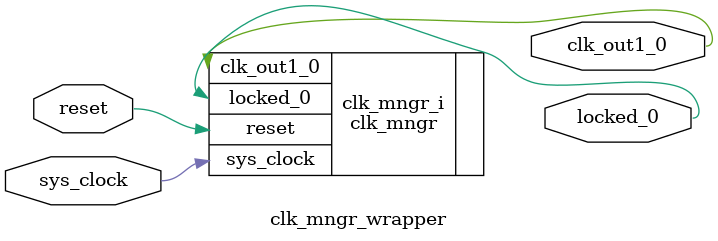
<source format=v>
`timescale 1 ps / 1 ps

module clk_mngr_wrapper
   (clk_out1_0,
    locked_0,
    reset,
    sys_clock);
  output clk_out1_0;
  output locked_0;
  input reset;
  input sys_clock;

  wire clk_out1_0;
  wire locked_0;
  wire reset;
  wire sys_clock;

  clk_mngr clk_mngr_i
       (.clk_out1_0(clk_out1_0),
        .locked_0(locked_0),
        .reset(reset),
        .sys_clock(sys_clock));
endmodule

</source>
